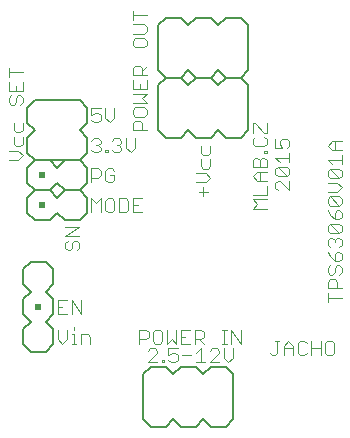
<source format=gbr>
G75*
%MOIN*%
%OFA0B0*%
%FSLAX25Y25*%
%IPPOS*%
%LPD*%
%AMOC8*
5,1,8,0,0,1.08239X$1,22.5*
%
%ADD10C,0.00400*%
%ADD11C,0.00600*%
%ADD12R,0.02000X0.02000*%
D10*
X0028335Y0049300D02*
X0029869Y0050835D01*
X0029869Y0053904D01*
X0031404Y0052369D02*
X0032171Y0052369D01*
X0032171Y0049300D01*
X0031404Y0049300D02*
X0032939Y0049300D01*
X0034473Y0049300D02*
X0034473Y0052369D01*
X0036775Y0052369D01*
X0037542Y0051602D01*
X0037542Y0049300D01*
X0032171Y0053904D02*
X0032171Y0054671D01*
X0031404Y0059300D02*
X0031404Y0063904D01*
X0034473Y0059300D01*
X0034473Y0063904D01*
X0029869Y0063904D02*
X0026800Y0063904D01*
X0026800Y0059300D01*
X0029869Y0059300D01*
X0028335Y0061602D02*
X0026800Y0061602D01*
X0026800Y0053904D02*
X0026800Y0050835D01*
X0028335Y0049300D01*
X0054003Y0049300D02*
X0054003Y0053904D01*
X0056305Y0053904D01*
X0057072Y0053137D01*
X0057072Y0051602D01*
X0056305Y0050835D01*
X0054003Y0050835D01*
X0057567Y0047654D02*
X0056800Y0046887D01*
X0057567Y0047654D02*
X0059102Y0047654D01*
X0059869Y0046887D01*
X0059869Y0046119D01*
X0056800Y0043050D01*
X0059869Y0043050D01*
X0061404Y0043050D02*
X0061404Y0043817D01*
X0062171Y0043817D01*
X0062171Y0043050D01*
X0061404Y0043050D01*
X0063706Y0043817D02*
X0064473Y0043050D01*
X0066008Y0043050D01*
X0066775Y0043817D01*
X0066775Y0045352D01*
X0066008Y0046119D01*
X0065241Y0046119D01*
X0063706Y0045352D01*
X0063706Y0047654D01*
X0066775Y0047654D01*
X0066280Y0049300D02*
X0066280Y0053904D01*
X0067815Y0053904D02*
X0067815Y0049300D01*
X0070884Y0049300D01*
X0072419Y0049300D02*
X0072419Y0053904D01*
X0074721Y0053904D01*
X0075488Y0053137D01*
X0075488Y0051602D01*
X0074721Y0050835D01*
X0072419Y0050835D01*
X0073954Y0050835D02*
X0075488Y0049300D01*
X0074448Y0047654D02*
X0074448Y0043050D01*
X0072914Y0043050D02*
X0075983Y0043050D01*
X0077518Y0043050D02*
X0080587Y0046119D01*
X0080587Y0046887D01*
X0079820Y0047654D01*
X0078285Y0047654D01*
X0077518Y0046887D01*
X0074448Y0047654D02*
X0072914Y0046119D01*
X0071379Y0045352D02*
X0068310Y0045352D01*
X0066280Y0049300D02*
X0064746Y0050835D01*
X0063211Y0049300D01*
X0063211Y0053904D01*
X0061676Y0053137D02*
X0060909Y0053904D01*
X0059374Y0053904D01*
X0058607Y0053137D01*
X0058607Y0050067D01*
X0059374Y0049300D01*
X0060909Y0049300D01*
X0061676Y0050067D01*
X0061676Y0053137D01*
X0067815Y0053904D02*
X0070884Y0053904D01*
X0069350Y0051602D02*
X0067815Y0051602D01*
X0077518Y0043050D02*
X0080587Y0043050D01*
X0082122Y0044585D02*
X0083656Y0043050D01*
X0085191Y0044585D01*
X0085191Y0047654D01*
X0084696Y0049300D02*
X0084696Y0053904D01*
X0087765Y0049300D01*
X0087765Y0053904D01*
X0083161Y0053904D02*
X0081627Y0053904D01*
X0082394Y0053904D02*
X0082394Y0049300D01*
X0081627Y0049300D02*
X0083161Y0049300D01*
X0082122Y0047654D02*
X0082122Y0044585D01*
X0097530Y0046317D02*
X0098298Y0045550D01*
X0099065Y0045550D01*
X0099832Y0046317D01*
X0099832Y0050154D01*
X0099065Y0050154D02*
X0100600Y0050154D01*
X0102134Y0048619D02*
X0103669Y0050154D01*
X0105204Y0048619D01*
X0105204Y0045550D01*
X0106738Y0046317D02*
X0107505Y0045550D01*
X0109040Y0045550D01*
X0109807Y0046317D01*
X0111342Y0045550D02*
X0111342Y0050154D01*
X0109807Y0049387D02*
X0109040Y0050154D01*
X0107505Y0050154D01*
X0106738Y0049387D01*
X0106738Y0046317D01*
X0105204Y0047852D02*
X0102134Y0047852D01*
X0102134Y0048619D02*
X0102134Y0045550D01*
X0111342Y0047852D02*
X0114411Y0047852D01*
X0115946Y0049387D02*
X0115946Y0046317D01*
X0116713Y0045550D01*
X0118248Y0045550D01*
X0119015Y0046317D01*
X0119015Y0049387D01*
X0118248Y0050154D01*
X0116713Y0050154D01*
X0115946Y0049387D01*
X0114411Y0050154D02*
X0114411Y0045550D01*
X0116796Y0063050D02*
X0116796Y0066119D01*
X0116796Y0064585D02*
X0121400Y0064585D01*
X0121400Y0067654D02*
X0116796Y0067654D01*
X0116796Y0069956D01*
X0117563Y0070723D01*
X0119098Y0070723D01*
X0119865Y0069956D01*
X0119865Y0067654D01*
X0120633Y0072258D02*
X0121400Y0073025D01*
X0121400Y0074560D01*
X0120633Y0075327D01*
X0119865Y0075327D01*
X0119098Y0074560D01*
X0119098Y0073025D01*
X0118331Y0072258D01*
X0117563Y0072258D01*
X0116796Y0073025D01*
X0116796Y0074560D01*
X0117563Y0075327D01*
X0119098Y0076862D02*
X0119098Y0079164D01*
X0119865Y0079931D01*
X0120633Y0079931D01*
X0121400Y0079164D01*
X0121400Y0077629D01*
X0120633Y0076862D01*
X0119098Y0076862D01*
X0117563Y0078396D01*
X0116796Y0079931D01*
X0117563Y0081466D02*
X0116796Y0082233D01*
X0116796Y0083768D01*
X0117563Y0084535D01*
X0118331Y0084535D01*
X0119098Y0083768D01*
X0119865Y0084535D01*
X0120633Y0084535D01*
X0121400Y0083768D01*
X0121400Y0082233D01*
X0120633Y0081466D01*
X0119098Y0083000D02*
X0119098Y0083768D01*
X0117563Y0086070D02*
X0116796Y0086837D01*
X0116796Y0088372D01*
X0117563Y0089139D01*
X0120633Y0086070D01*
X0121400Y0086837D01*
X0121400Y0088372D01*
X0120633Y0089139D01*
X0117563Y0089139D01*
X0119098Y0090674D02*
X0119098Y0092976D01*
X0119865Y0093743D01*
X0120633Y0093743D01*
X0121400Y0092976D01*
X0121400Y0091441D01*
X0120633Y0090674D01*
X0119098Y0090674D01*
X0117563Y0092208D01*
X0116796Y0093743D01*
X0117563Y0095277D02*
X0116796Y0096045D01*
X0116796Y0097579D01*
X0117563Y0098347D01*
X0120633Y0095277D01*
X0121400Y0096045D01*
X0121400Y0097579D01*
X0120633Y0098347D01*
X0117563Y0098347D01*
X0116796Y0099881D02*
X0119865Y0099881D01*
X0121400Y0101416D01*
X0119865Y0102951D01*
X0116796Y0102951D01*
X0117563Y0104485D02*
X0116796Y0105253D01*
X0116796Y0106787D01*
X0117563Y0107555D01*
X0120633Y0104485D01*
X0121400Y0105253D01*
X0121400Y0106787D01*
X0120633Y0107555D01*
X0117563Y0107555D01*
X0118331Y0109089D02*
X0116796Y0110624D01*
X0121400Y0110624D01*
X0121400Y0109089D02*
X0121400Y0112159D01*
X0121400Y0113693D02*
X0118331Y0113693D01*
X0116796Y0115228D01*
X0118331Y0116762D01*
X0121400Y0116762D01*
X0119098Y0116762D02*
X0119098Y0113693D01*
X0120633Y0104485D02*
X0117563Y0104485D01*
X0117563Y0095277D02*
X0120633Y0095277D01*
X0120633Y0086070D02*
X0117563Y0086070D01*
X0103900Y0100550D02*
X0100831Y0103619D01*
X0100063Y0103619D01*
X0099296Y0102852D01*
X0099296Y0101317D01*
X0100063Y0100550D01*
X0103900Y0100550D02*
X0103900Y0103619D01*
X0103133Y0105154D02*
X0100063Y0108223D01*
X0103133Y0108223D01*
X0103900Y0107456D01*
X0103900Y0105921D01*
X0103133Y0105154D01*
X0100063Y0105154D01*
X0099296Y0105921D01*
X0099296Y0107456D01*
X0100063Y0108223D01*
X0100831Y0109758D02*
X0099296Y0111292D01*
X0103900Y0111292D01*
X0103900Y0109758D02*
X0103900Y0112827D01*
X0103133Y0114362D02*
X0103900Y0115129D01*
X0103900Y0116664D01*
X0103133Y0117431D01*
X0101598Y0117431D01*
X0100831Y0116664D01*
X0100831Y0115896D01*
X0101598Y0114362D01*
X0099296Y0114362D01*
X0099296Y0117431D01*
X0096400Y0117320D02*
X0096400Y0115785D01*
X0095633Y0115018D01*
X0092563Y0115018D01*
X0091796Y0115785D01*
X0091796Y0117320D01*
X0092563Y0118087D01*
X0091796Y0119622D02*
X0091796Y0122691D01*
X0092563Y0122691D01*
X0095633Y0119622D01*
X0096400Y0119622D01*
X0096400Y0122691D01*
X0095633Y0118087D02*
X0096400Y0117320D01*
X0096400Y0113483D02*
X0095633Y0113483D01*
X0095633Y0112716D01*
X0096400Y0112716D01*
X0096400Y0113483D01*
X0095633Y0111181D02*
X0096400Y0110414D01*
X0096400Y0108112D01*
X0091796Y0108112D01*
X0091796Y0110414D01*
X0092563Y0111181D01*
X0093331Y0111181D01*
X0094098Y0110414D01*
X0094098Y0108112D01*
X0094098Y0106577D02*
X0094098Y0103508D01*
X0093331Y0103508D02*
X0091796Y0105042D01*
X0093331Y0106577D01*
X0096400Y0106577D01*
X0096400Y0103508D02*
X0093331Y0103508D01*
X0096400Y0101973D02*
X0096400Y0098904D01*
X0091796Y0098904D01*
X0091796Y0097369D02*
X0096400Y0097369D01*
X0096400Y0094300D02*
X0091796Y0094300D01*
X0093331Y0095835D01*
X0091796Y0097369D01*
X0094098Y0110414D02*
X0094865Y0111181D01*
X0095633Y0111181D01*
X0077650Y0110661D02*
X0077650Y0108359D01*
X0076883Y0107592D01*
X0075348Y0107592D01*
X0074581Y0108359D01*
X0074581Y0110661D01*
X0075348Y0112196D02*
X0076883Y0112196D01*
X0077650Y0112963D01*
X0077650Y0115265D01*
X0074581Y0115265D02*
X0074581Y0112963D01*
X0075348Y0112196D01*
X0076115Y0106057D02*
X0073046Y0106057D01*
X0073046Y0102988D02*
X0076115Y0102988D01*
X0077650Y0104523D01*
X0076115Y0106057D01*
X0075348Y0101454D02*
X0075348Y0098384D01*
X0073813Y0099919D02*
X0076883Y0099919D01*
X0054931Y0097654D02*
X0051862Y0097654D01*
X0051862Y0093050D01*
X0054931Y0093050D01*
X0053396Y0095352D02*
X0051862Y0095352D01*
X0050327Y0093817D02*
X0050327Y0096887D01*
X0049560Y0097654D01*
X0047258Y0097654D01*
X0047258Y0093050D01*
X0049560Y0093050D01*
X0050327Y0093817D01*
X0045723Y0093817D02*
X0045723Y0096887D01*
X0044956Y0097654D01*
X0043421Y0097654D01*
X0042654Y0096887D01*
X0042654Y0093817D01*
X0043421Y0093050D01*
X0044956Y0093050D01*
X0045723Y0093817D01*
X0041119Y0093050D02*
X0041119Y0097654D01*
X0039585Y0096119D01*
X0038050Y0097654D01*
X0038050Y0093050D01*
X0033900Y0088223D02*
X0029296Y0088223D01*
X0029296Y0085154D02*
X0033900Y0088223D01*
X0033900Y0085154D02*
X0029296Y0085154D01*
X0030063Y0083619D02*
X0029296Y0082852D01*
X0029296Y0081317D01*
X0030063Y0080550D01*
X0030831Y0080550D01*
X0031598Y0081317D01*
X0031598Y0082852D01*
X0032365Y0083619D01*
X0033133Y0083619D01*
X0033900Y0082852D01*
X0033900Y0081317D01*
X0033133Y0080550D01*
X0038050Y0103050D02*
X0038050Y0107654D01*
X0040352Y0107654D01*
X0041119Y0106887D01*
X0041119Y0105352D01*
X0040352Y0104585D01*
X0038050Y0104585D01*
X0042654Y0103817D02*
X0043421Y0103050D01*
X0044956Y0103050D01*
X0045723Y0103817D01*
X0045723Y0105352D01*
X0044189Y0105352D01*
X0045723Y0106887D02*
X0044956Y0107654D01*
X0043421Y0107654D01*
X0042654Y0106887D01*
X0042654Y0103817D01*
X0042654Y0113050D02*
X0043421Y0113050D01*
X0043421Y0113817D01*
X0042654Y0113817D01*
X0042654Y0113050D01*
X0041119Y0113817D02*
X0041119Y0114585D01*
X0040352Y0115352D01*
X0039585Y0115352D01*
X0040352Y0115352D02*
X0041119Y0116119D01*
X0041119Y0116887D01*
X0040352Y0117654D01*
X0038817Y0117654D01*
X0038050Y0116887D01*
X0038050Y0113817D02*
X0038817Y0113050D01*
X0040352Y0113050D01*
X0041119Y0113817D01*
X0044956Y0113817D02*
X0045723Y0113050D01*
X0047258Y0113050D01*
X0048025Y0113817D01*
X0048025Y0114585D01*
X0047258Y0115352D01*
X0046491Y0115352D01*
X0047258Y0115352D02*
X0048025Y0116119D01*
X0048025Y0116887D01*
X0047258Y0117654D01*
X0045723Y0117654D01*
X0044956Y0116887D01*
X0049560Y0117654D02*
X0049560Y0114585D01*
X0051094Y0113050D01*
X0052629Y0114585D01*
X0052629Y0117654D01*
X0051796Y0120365D02*
X0051796Y0122667D01*
X0052563Y0123434D01*
X0054098Y0123434D01*
X0054865Y0122667D01*
X0054865Y0120365D01*
X0056400Y0120365D02*
X0051796Y0120365D01*
X0052563Y0124969D02*
X0055633Y0124969D01*
X0056400Y0125736D01*
X0056400Y0127270D01*
X0055633Y0128038D01*
X0052563Y0128038D01*
X0051796Y0127270D01*
X0051796Y0125736D01*
X0052563Y0124969D01*
X0051796Y0129572D02*
X0056400Y0129572D01*
X0054865Y0131107D01*
X0056400Y0132642D01*
X0051796Y0132642D01*
X0051796Y0134176D02*
X0056400Y0134176D01*
X0056400Y0137246D01*
X0056400Y0138780D02*
X0051796Y0138780D01*
X0051796Y0141082D01*
X0052563Y0141850D01*
X0054098Y0141850D01*
X0054865Y0141082D01*
X0054865Y0138780D01*
X0054865Y0140315D02*
X0056400Y0141850D01*
X0051796Y0137246D02*
X0051796Y0134176D01*
X0054098Y0134176D02*
X0054098Y0135711D01*
X0045723Y0127654D02*
X0045723Y0124585D01*
X0044189Y0123050D01*
X0042654Y0124585D01*
X0042654Y0127654D01*
X0041119Y0127654D02*
X0038050Y0127654D01*
X0038050Y0125352D01*
X0039585Y0126119D01*
X0040352Y0126119D01*
X0041119Y0125352D01*
X0041119Y0123817D01*
X0040352Y0123050D01*
X0038817Y0123050D01*
X0038050Y0123817D01*
X0015150Y0122827D02*
X0015150Y0120525D01*
X0014383Y0119758D01*
X0012848Y0119758D01*
X0012081Y0120525D01*
X0012081Y0122827D01*
X0012081Y0118223D02*
X0012081Y0115921D01*
X0012848Y0115154D01*
X0014383Y0115154D01*
X0015150Y0115921D01*
X0015150Y0118223D01*
X0013615Y0113619D02*
X0010546Y0113619D01*
X0010546Y0110550D02*
X0013615Y0110550D01*
X0015150Y0112085D01*
X0013615Y0113619D01*
X0014383Y0128966D02*
X0015150Y0129733D01*
X0015150Y0131268D01*
X0014383Y0132035D01*
X0013615Y0132035D01*
X0012848Y0131268D01*
X0012848Y0129733D01*
X0012081Y0128966D01*
X0011313Y0128966D01*
X0010546Y0129733D01*
X0010546Y0131268D01*
X0011313Y0132035D01*
X0010546Y0133570D02*
X0015150Y0133570D01*
X0015150Y0136639D01*
X0012848Y0135104D02*
X0012848Y0133570D01*
X0010546Y0133570D02*
X0010546Y0136639D01*
X0010546Y0138174D02*
X0010546Y0141243D01*
X0010546Y0139708D02*
X0015150Y0139708D01*
X0051796Y0148755D02*
X0052563Y0147988D01*
X0055633Y0147988D01*
X0056400Y0148755D01*
X0056400Y0150290D01*
X0055633Y0151057D01*
X0052563Y0151057D01*
X0051796Y0150290D01*
X0051796Y0148755D01*
X0051796Y0152592D02*
X0055633Y0152592D01*
X0056400Y0153359D01*
X0056400Y0154894D01*
X0055633Y0155661D01*
X0051796Y0155661D01*
X0051796Y0157196D02*
X0051796Y0160265D01*
X0051796Y0158731D02*
X0056400Y0158731D01*
D11*
X0022850Y0046600D02*
X0017850Y0046600D01*
X0015350Y0049100D01*
X0015350Y0054100D01*
X0017850Y0056600D01*
X0015350Y0059100D01*
X0015350Y0064100D01*
X0017850Y0066600D01*
X0015350Y0069100D01*
X0015350Y0074100D01*
X0017850Y0076600D01*
X0022850Y0076600D01*
X0025350Y0074100D01*
X0025350Y0069100D01*
X0022850Y0066600D01*
X0025350Y0064100D01*
X0025350Y0059100D01*
X0022850Y0056600D01*
X0025350Y0054100D01*
X0025350Y0049100D01*
X0022850Y0046600D01*
X0055350Y0039100D02*
X0055350Y0024100D01*
X0057850Y0021600D01*
X0062850Y0021600D01*
X0065350Y0024100D01*
X0067850Y0021600D01*
X0072850Y0021600D01*
X0075350Y0024100D01*
X0077850Y0021600D01*
X0082850Y0021600D01*
X0085350Y0024100D01*
X0085350Y0039100D01*
X0082850Y0041600D01*
X0077850Y0041600D01*
X0075350Y0039100D01*
X0072850Y0041600D01*
X0067850Y0041600D01*
X0065350Y0039100D01*
X0062850Y0041600D01*
X0057850Y0041600D01*
X0055350Y0039100D01*
X0034100Y0090350D02*
X0029100Y0090350D01*
X0026600Y0092850D01*
X0024100Y0090350D01*
X0019100Y0090350D01*
X0016600Y0092850D01*
X0016600Y0097850D01*
X0019100Y0100350D01*
X0016600Y0102850D01*
X0016600Y0107850D01*
X0019100Y0110350D01*
X0024100Y0110350D01*
X0026600Y0107850D01*
X0029100Y0110350D01*
X0034100Y0110350D01*
X0036600Y0107850D01*
X0036600Y0102850D01*
X0034100Y0100350D01*
X0029100Y0100350D01*
X0026600Y0102850D01*
X0024100Y0100350D01*
X0019100Y0100350D01*
X0024100Y0100350D01*
X0026600Y0097850D01*
X0029100Y0100350D01*
X0034100Y0100350D01*
X0036600Y0097850D01*
X0036600Y0092850D01*
X0034100Y0090350D01*
X0034100Y0110350D02*
X0019100Y0110350D01*
X0016600Y0112850D01*
X0016600Y0117850D01*
X0019100Y0120350D01*
X0016600Y0122850D01*
X0016600Y0127850D01*
X0019100Y0130350D01*
X0034100Y0130350D01*
X0036600Y0127850D01*
X0036600Y0122850D01*
X0034100Y0120350D01*
X0036600Y0117850D01*
X0036600Y0112850D01*
X0034100Y0110350D01*
X0060350Y0120350D02*
X0062850Y0117850D01*
X0067850Y0117850D01*
X0070350Y0120350D01*
X0072850Y0117850D01*
X0077850Y0117850D01*
X0080350Y0120350D01*
X0082850Y0117850D01*
X0087850Y0117850D01*
X0090350Y0120350D01*
X0090350Y0135350D01*
X0087850Y0137850D01*
X0082850Y0137850D01*
X0080350Y0135350D01*
X0077850Y0137850D01*
X0072850Y0137850D01*
X0070350Y0135350D01*
X0067850Y0137850D01*
X0062850Y0137850D01*
X0060350Y0135350D01*
X0060350Y0120350D01*
X0062850Y0137850D02*
X0060350Y0140350D01*
X0060350Y0155350D01*
X0062850Y0157850D01*
X0067850Y0157850D01*
X0070350Y0155350D01*
X0072850Y0157850D01*
X0077850Y0157850D01*
X0080350Y0155350D01*
X0082850Y0157850D01*
X0087850Y0157850D01*
X0090350Y0155350D01*
X0090350Y0140350D01*
X0087850Y0137850D01*
X0082850Y0137850D01*
X0080350Y0140350D01*
X0077850Y0137850D01*
X0072850Y0137850D01*
X0070350Y0140350D01*
X0067850Y0137850D01*
X0062850Y0137850D01*
D12*
X0021600Y0105350D03*
X0021600Y0095350D03*
X0020350Y0061600D03*
M02*

</source>
